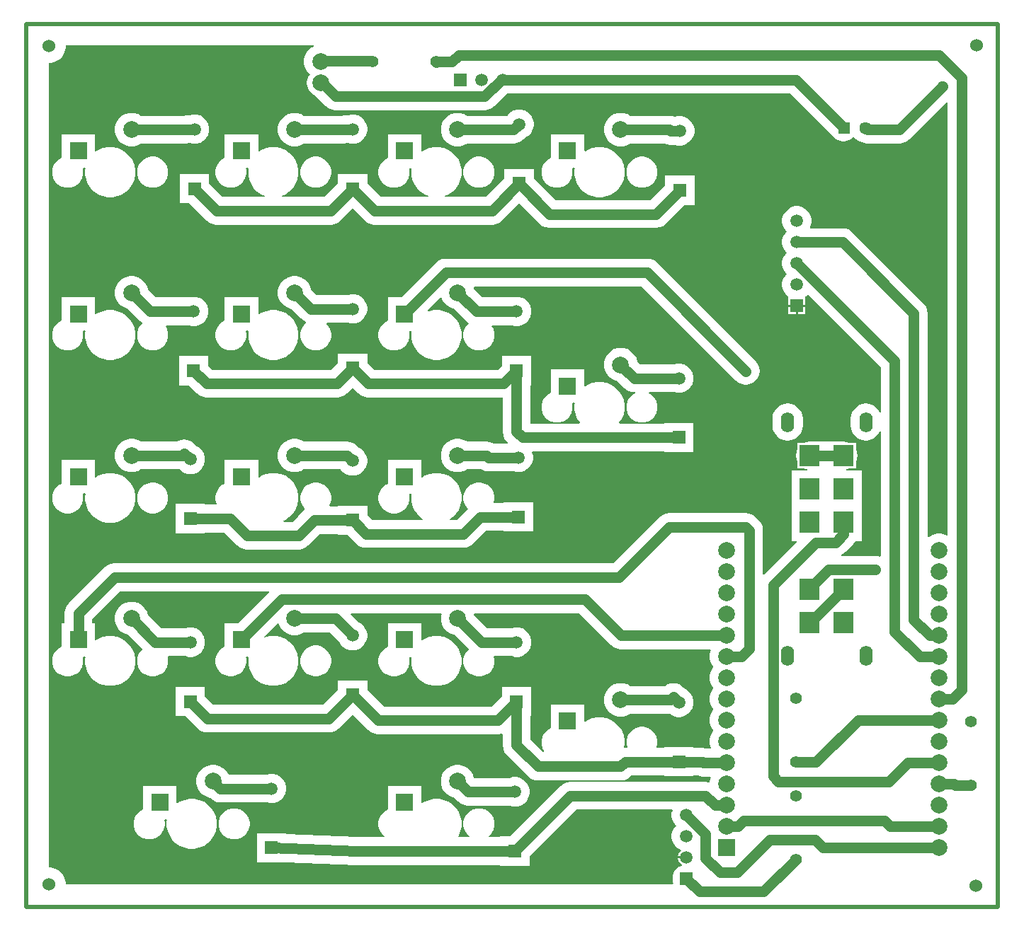
<source format=gbl>
%FSTAX23Y23*%
%MOIN*%
%SFA1B1*%

%IPPOS*%
%ADD15C,0.010000*%
%ADD22C,0.078740*%
%ADD25C,0.057087*%
%ADD26R,0.057087X0.057087*%
%ADD29C,0.019685*%
%ADD30C,0.051181*%
%ADD31C,0.060000*%
%ADD32C,0.059055*%
%ADD33R,0.059055X0.059055*%
%ADD34R,0.078740X0.078740*%
%ADD35C,0.055118*%
%ADD36R,0.094488X0.098425*%
%ADD37O,0.062992X0.094488*%
%ADD38R,0.059055X0.059055*%
%ADD39C,0.050000*%
%LNpcb1-1*%
%LPD*%
G36*
X01644Y04939D02*
X01628Y0493D01*
X01614Y04916*
X01603Y04898*
X01598Y04878*
Y04857*
X01603Y04837*
X01614Y04819*
X01625Y04807*
X0162Y048*
X01613Y04784*
X01611Y04767*
X01613Y0475*
X0162Y04734*
X0163Y04721*
X01644Y0471*
X01651Y04707*
X01701Y04658*
X01714Y04647*
X0173Y04641*
X01747Y04639*
X02447*
X02464Y04641*
X0248Y04647*
X02494Y04658*
X02552Y04716*
X03886*
X0409Y04511*
X04104Y04501*
X0412Y04494*
X04137Y04492*
X04154Y04494*
X04169Y04501*
X04181Y0451*
X04183Y04511*
X04188Y0451*
X04198Y045*
X04213Y04491*
X04215Y04491*
X04216Y0449*
X04232Y04483*
X04249Y04481*
X04399*
X04416Y04483*
X04432Y0449*
X04445Y045*
X04622Y04677*
X04627Y04675*
Y02637*
X04623Y02634*
X04617Y02638*
X04596Y02643*
X04576*
X04556Y02638*
X04539Y02628*
X04534Y02629*
Y03681*
X04531Y03698*
X04525Y03713*
X04514Y03727*
X04178Y04063*
X04165Y04074*
X04149Y0408*
X04132Y04082*
X03981*
X03979Y04087*
X03981Y0409*
X03986Y04108*
Y04126*
X03981Y04143*
X03972Y04159*
X03959Y04172*
X03943Y04181*
X03926Y04186*
X03908*
X0389Y04181*
X03875Y04172*
X03862Y04159*
X03853Y04143*
X03848Y04126*
Y04108*
X03853Y0409*
X03862Y04075*
X03869Y04067*
X03862Y04059*
X03853Y04043*
X03848Y04026*
Y04008*
X03853Y0399*
X03862Y03975*
X03869Y03967*
X03862Y03959*
X03853Y03943*
X03848Y03926*
Y03908*
X03853Y0389*
X03862Y03875*
X03869Y03867*
X03862Y03859*
X03853Y03843*
X03848Y03826*
Y03808*
X03853Y0379*
X03862Y03775*
X03875Y03762*
X03876Y03761*
X03877Y03756*
Y03722*
X03917*
X03956*
Y03756*
X03958Y03761*
X03959Y03762*
X03969Y03772*
X04312Y03429*
Y03214*
X04307Y03213*
X04304Y0322*
X04293Y03235*
X04278Y03246*
X04261Y03254*
X04242Y03256*
X04224Y03254*
X04206Y03246*
X04192Y03235*
X0418Y0322*
X04173Y03203*
X04171Y03185*
Y03153*
X04173Y03135*
X0418Y03117*
X04192Y03103*
X04206Y03091*
X04224Y03084*
X04242Y03082*
X04261Y03084*
X04278Y03091*
X04293Y03103*
X04304Y03117*
X04307Y03124*
X04312Y03123*
Y02537*
X04308Y02534*
X04304Y02536*
X04287Y02538*
X04127*
X04126Y02543*
X04132Y02546*
X04146Y02556*
X04184Y02594*
X04194Y02607*
X04194Y02608*
X04224*
Y02765*
Y02942*
X0415*
X0415Y02947*
X04154Y02948*
X04164Y02952*
X04195*
Y0298*
X04201Y02994*
X04203Y03011*
X04201Y03028*
X04195Y03043*
Y03071*
X04164*
X04154Y03075*
X04137Y03077*
X03978*
X03961Y03075*
X03951Y03071*
X03921*
Y03043*
X03915Y03028*
X03913Y03011*
X03915Y02994*
X03921Y0298*
Y02952*
X03951*
X03961Y02948*
X03966Y02947*
X03966Y02942*
X03892*
Y02765*
Y02608*
X03915*
X03916Y02603*
X03763Y0245*
X03758Y02452*
Y02659*
X03756Y02676*
X03749Y02691*
X03739Y02705*
X03723Y02721*
X03709Y02731*
X03694Y02738*
X03677Y0274*
X03318*
X03301Y02738*
X03285Y02731*
X03271Y02721*
X03053Y02503*
X00705*
X00688Y02501*
X00672Y02494*
X00658Y02484*
X00489Y02315*
X00479Y02301*
X00472Y02285*
X0047Y02268*
Y02222*
X00457*
Y02111*
X00441Y02102*
X00427Y02088*
X00417Y02072*
X00412Y02053*
Y02034*
X00417Y02015*
X00427Y01999*
X00441Y01985*
X00457Y01976*
X00476Y01971*
X00495*
X00513Y01976*
X0053Y01985*
X00544Y01999*
X00553Y02015*
X00558Y02034*
Y02053*
X00556Y02061*
X00559Y02065*
X00565*
X00569Y02061*
X00567Y02055*
Y02032*
X00572Y02009*
X00581Y01988*
X00594Y01968*
X0061Y01952*
X00629Y01939*
X00651Y0193*
X00674Y01926*
X00697*
X0072Y0193*
X00741Y01939*
X0076Y01952*
X00777Y01968*
X0079Y01988*
X00799Y02009*
X00803Y02032*
Y02055*
X00799Y02078*
X0079Y02099*
X00777Y02119*
X0076Y02135*
X00741Y02148*
X0072Y02157*
X00697Y02161*
X00674*
X00651Y02157*
X00629Y02148*
X00618Y02141*
X00614Y02143*
Y02222*
X00601*
Y02241*
X00732Y02372*
X01432*
X01434Y02367*
X01289Y02222*
X01224*
Y02111*
X01208Y02102*
X01195Y02088*
X01185Y02072*
X0118Y02053*
Y02034*
X01185Y02015*
X01195Y01999*
X01208Y01985*
X01225Y01976*
X01243Y01971*
X01263*
X01281Y01976*
X01298Y01985*
X01311Y01999*
X01321Y02015*
X01326Y02034*
Y02053*
X01324Y02061*
X01327Y02065*
X01333*
X01336Y02061*
X01335Y02055*
Y02032*
X0134Y02009*
X01349Y01988*
X01361Y01968*
X01378Y01952*
X01397Y01939*
X01419Y0193*
X01441Y01926*
X01465*
X01487Y0193*
X01509Y01939*
X01528Y01952*
X01545Y01968*
X01558Y01988*
X01566Y02009*
X01571Y02032*
Y02055*
X01566Y02078*
X01558Y02099*
X01545Y02119*
X01528Y02135*
X01509Y02148*
X01487Y02157*
X01465Y02161*
X01441*
X01419Y02157*
X01414Y02155*
X01411Y02159*
X01473Y02221*
X01478Y0222*
X0148Y02213*
X0149Y02195*
X01505Y02181*
X01523Y0217*
X01543Y02165*
X01563*
X01583Y0217*
X01597Y02178*
X01718*
X01765Y02132*
X01771Y02121*
X01784Y02108*
X018Y02099*
X01817Y02094*
X01835*
X01853Y02099*
X01869Y02108*
X01881Y02121*
X0189Y02136*
X01895Y02154*
Y02172*
X0189Y02189*
X01881Y02205*
X01869Y02218*
X01857Y02225*
X01817Y02264*
X01819Y02269*
X02242*
X02245Y02265*
X02242Y02254*
Y02233*
X02247Y02213*
X02258Y02195*
X02272Y02181*
X0229Y0217*
X02306Y02166*
X02373Y02099*
X02362Y02088*
X02353Y02072*
X02348Y02053*
Y02034*
X02353Y02015*
X02362Y01999*
X02376Y01985*
X02393Y01976*
X02411Y01971*
X0243*
X02449Y01976*
X02466Y01985*
X02479Y01999*
X02489Y02015*
X02494Y02034*
Y02053*
X02491Y02062*
X02494Y02066*
X02576*
X02589Y02062*
X02607*
X02625Y02067*
X0264Y02076*
X02653Y02089*
X02662Y02105*
X02667Y02122*
Y0214*
X02662Y02158*
X02653Y02174*
X0264Y02187*
X02625Y02196*
X02607Y022*
X02589*
X02576Y02197*
X0246*
X02398Y02259*
X02397Y02265*
X024Y02269*
X02893*
X03044Y02118*
X03058Y02108*
X03074Y02101*
X03091Y02099*
X0351*
X03512Y02094*
X03507Y02075*
Y02054*
X03513Y02034*
X03523Y02016*
X03525Y02014*
X03523Y02013*
X03513Y01995*
X03507Y01975*
Y01954*
X03513Y01934*
X03523Y01916*
X03525Y01914*
X03523Y01913*
X03513Y01895*
X03507Y01875*
Y01854*
X03513Y01834*
X03523Y01816*
X03525Y01814*
X03523Y01813*
X03513Y01795*
X03507Y01775*
Y01754*
X03513Y01734*
X03523Y01716*
X03525Y01714*
X03523Y01713*
X03513Y01695*
X03507Y01675*
Y01654*
X03512Y01635*
X0351Y0163*
X03493*
X03488Y01632*
X03472Y01634*
X03431*
Y01637*
X03293*
Y01634*
X03261*
X03258Y01638*
X03261Y0165*
Y01669*
X03256Y01688*
X03247Y01704*
X03233Y01718*
X03217Y01728*
X03198Y01733*
X03179*
X0316Y01728*
X03144Y01718*
X0313Y01704*
X03121Y01688*
X03116Y01669*
Y0165*
X03119Y01638*
X03116Y01634*
X03111*
X03108Y01634*
X03104Y01637*
X03106Y01648*
Y01671*
X03102Y01694*
X03093Y01716*
X0308Y01735*
X03064Y01751*
X03044Y01764*
X03023Y01773*
X03Y01778*
X02977*
X02954Y01773*
X02933Y01764*
X02922Y01757*
X02917Y01759*
Y01838*
X0276*
Y01727*
X02744Y01718*
X0273Y01704*
X02721Y01688*
X02716Y01669*
Y0165*
X02721Y01632*
X02727Y0162*
X02725Y01614*
X02724Y01614*
X02663Y01674*
Y01783*
X02667*
Y01921*
X02529*
Y01876*
X02482Y01829*
X01973*
X01895Y01907*
Y01952*
X01757*
Y01907*
X01687Y01837*
X0117*
X01131Y01876*
Y01921*
X00994*
Y01783*
X01039*
X01097Y01725*
X0111Y01714*
X01126Y01708*
X01143Y01706*
X01714*
X01731Y01708*
X01747Y01714*
X0176Y01725*
X01826Y01791*
X019Y01717*
X01914Y01707*
X01929Y017*
X01946Y01698*
X02509*
X02526Y017*
X02528Y01701*
X02532Y01698*
Y01647*
X02535Y0163*
X02541Y01614*
X02552Y01601*
X02653Y01499*
X02667Y01489*
X02683Y01482*
X027Y0148*
X03088*
X03105Y01482*
X0312Y01489*
X03134Y01499*
X03138Y01503*
X03293*
Y015*
X03431*
Y01503*
X03454*
X03459Y01501*
X03476Y01499*
X0351*
X03512Y01494*
X03508Y01476*
X03506Y01474*
X03502Y01472*
X03488Y01474*
X02851*
X02834Y01472*
X02819Y01465*
X02805Y01455*
X02566Y01216*
X02521*
Y01213*
X02467*
X02466Y01217*
X02466Y01218*
X02479Y01231*
X02489Y01248*
X02494Y01266*
Y01285*
X02489Y01304*
X02479Y01321*
X02466Y01334*
X02449Y01344*
X0243Y01349*
X02411*
X02393Y01344*
X02376Y01334*
X02362Y01321*
X02353Y01304*
X02348Y01285*
Y01266*
X02353Y01248*
X02362Y01231*
X02376Y01218*
X02376Y01217*
X02375Y01213*
X02326*
X02323Y01217*
X02325Y0122*
X02334Y01241*
X02339Y01264*
Y01287*
X02334Y0131*
X02325Y01332*
X02312Y01351*
X02296Y01367*
X02277Y0138*
X02255Y01389*
X02232Y01394*
X02209*
X02186Y01389*
X02165Y0138*
X02154Y01373*
X0215Y01375*
Y01455*
X01992*
Y01343*
X01976Y01334*
X01962Y01321*
X01953Y01304*
X01948Y01285*
Y01266*
X01953Y01248*
X01962Y01231*
X01976Y01218*
X01976Y01217*
X01975Y01213*
X01849*
X01513Y01226*
Y01232*
X01375*
Y01094*
X01513*
X01514Y01095*
X01845Y01082*
X01846Y01082*
X01847Y01082*
X02521*
Y01078*
X02659*
Y01123*
X02879Y01343*
X03329*
X03332Y01339*
X03328Y01327*
Y01309*
X03333Y01291*
X03342Y01275*
X0335Y01268*
X03342Y0126*
X03333Y01244*
X03328Y01227*
Y01209*
X03333Y01191*
X03342Y01175*
X03355Y01162*
X0337Y01154*
X03371Y01153*
X03372Y01148*
X03364Y0114*
X03358Y01125*
Y01123*
X03397*
Y01113*
X03358*
Y0111*
X03364Y01095*
X03375Y01084*
X03375Y01084*
Y01079*
X03364Y01074*
X03351Y01064*
X0334Y0105*
X03334Y01035*
X03332Y01018*
X03334Y01001*
X03336Y00996*
X03333Y00992*
X00476*
Y01002*
X00471Y01022*
X0046Y0104*
X00445Y01055*
X00428Y01065*
X00408Y0107*
X00397*
Y04862*
X00408*
X00428Y04867*
X00445Y04877*
X0046Y04892*
X00471Y0491*
X00476Y0493*
Y04944*
X01643*
X01644Y04939*
G37*
%LNpcb1-2*%
%LPC*%
G36*
X02619Y04641D02*
X02601D01*
X02583Y04637*
X02567Y04627*
X02555Y04615*
X02553Y04612*
X02365*
X02351Y0462*
X02331Y04625*
X0231*
X0229Y0462*
X02272Y0461*
X02258Y04595*
X02247Y04577*
X02242Y04557*
Y04536*
X02247Y04516*
X02258Y04498*
X02272Y04484*
X0229Y04473*
X0231Y04468*
X02331*
X02351Y04473*
X02365Y04481*
X02584*
X02601Y04483*
X02617Y0449*
X0263Y045*
X02641Y04511*
X02652Y04517*
X02665Y0453*
X02674Y04546*
X02679Y04563*
Y04581*
X02674Y04599*
X02665Y04615*
X02652Y04627*
X02636Y04637*
X02619Y04641*
G37*
G36*
X01563Y04625D02*
X01543D01*
X01523Y0462*
X01505Y0461*
X0149Y04595*
X0148Y04577*
X01474Y04557*
Y04536*
X0148Y04516*
X0149Y04498*
X01505Y04484*
X01523Y04473*
X01543Y04468*
X01563*
X01583Y04473*
X01597Y04481*
X01784*
X01799Y04483*
X01805*
X01817Y0448*
X01835*
X01853Y04485*
X01869Y04494*
X01881Y04506*
X0189Y04522*
X01895Y0454*
Y04558*
X0189Y04575*
X01881Y04591*
X01869Y04604*
X01853Y04613*
X01835Y04618*
X01817*
X01805Y04614*
X01786*
X01771Y04612*
X01597*
X01583Y0462*
X01563Y04625*
G37*
G36*
X00796D02*
X00775D01*
X00755Y0462*
X00737Y0461*
X00722Y04595*
X00712Y04577*
X00707Y04557*
Y04536*
X00712Y04516*
X00722Y04498*
X00737Y04484*
X00755Y04473*
X00775Y04468*
X00796*
X00816Y04473*
X00829Y04481*
X0104*
X01055Y04483*
X01061*
X01073Y0448*
X01091*
X01109Y04485*
X01124Y04494*
X01137Y04506*
X01146Y04522*
X01151Y0454*
Y04558*
X01146Y04575*
X01137Y04591*
X01124Y04604*
X01109Y04613*
X01091Y04618*
X01073*
X01061Y04614*
X01042*
X01027Y04612*
X00829*
X00816Y0462*
X00796Y04625*
G37*
G36*
X03099D02*
X03078D01*
X03058Y0462*
X0304Y0461*
X03025Y04595*
X03015Y04577*
X0301Y04557*
Y04536*
X03015Y04516*
X03025Y04498*
X0304Y04484*
X03058Y04473*
X03078Y04468*
X03099*
X03119Y04473*
X03132Y04481*
X03296*
X03305Y04478*
X03322Y04475*
X03344*
X03357Y04472*
X03375*
X03392Y04477*
X03408Y04486*
X03421Y04499*
X0343Y04514*
X03435Y04532*
Y0455*
X0343Y04567*
X03421Y04583*
X03408Y04596*
X03392Y04605*
X03375Y0461*
X03357*
X03344Y04606*
X03342*
X03333Y0461*
X03316Y04612*
X03132*
X03119Y0462*
X03099Y04625*
G37*
G36*
X03198Y0442D02*
X03179D01*
X0316Y04415*
X03144Y04405*
X0313Y04391*
X03121Y04375*
X03116Y04356*
Y04337*
X03121Y04319*
X0313Y04302*
X03144Y04288*
X0316Y04279*
X03179Y04274*
X03198*
X03217Y04279*
X03233Y04288*
X03247Y04302*
X03256Y04319*
X03261Y04337*
Y04356*
X03256Y04375*
X03247Y04391*
X03233Y04405*
X03217Y04415*
X03198Y0442*
G37*
G36*
X0243D02*
X02411D01*
X02393Y04415*
X02376Y04405*
X02362Y04391*
X02353Y04375*
X02348Y04356*
Y04337*
X02353Y04319*
X02362Y04302*
X02376Y04288*
X02393Y04279*
X02411Y04274*
X0243*
X02449Y04279*
X02466Y04288*
X02479Y04302*
X02489Y04319*
X02494Y04337*
Y04356*
X02489Y04375*
X02479Y04391*
X02466Y04405*
X02449Y04415*
X0243Y0442*
G37*
G36*
X01663D02*
X01643D01*
X01625Y04415*
X01608Y04405*
X01595Y04391*
X01585Y04375*
X0158Y04356*
Y04337*
X01585Y04319*
X01595Y04302*
X01608Y04288*
X01625Y04279*
X01643Y04274*
X01663*
X01681Y04279*
X01698Y04288*
X01711Y04302*
X01721Y04319*
X01726Y04337*
Y04356*
X01721Y04375*
X01711Y04391*
X01698Y04405*
X01681Y04415*
X01663Y0442*
G37*
G36*
X00895D02*
X00876D01*
X00857Y04415*
X00841Y04405*
X00827Y04391*
X00817Y04375*
X00812Y04356*
Y04337*
X00817Y04319*
X00827Y04302*
X00841Y04288*
X00857Y04279*
X00876Y04274*
X00895*
X00913Y04279*
X0093Y04288*
X00944Y04302*
X00953Y04319*
X00958Y04337*
Y04356*
X00953Y04375*
X00944Y04391*
X0093Y04405*
X00913Y04415*
X00895Y0442*
G37*
G36*
X0215Y04525D02*
X01992D01*
Y04414*
X01976Y04405*
X01962Y04391*
X01953Y04375*
X01948Y04356*
Y04337*
X01953Y04319*
X01962Y04302*
X01976Y04288*
X01993Y04279*
X02011Y04274*
X0203*
X02049Y04279*
X02066Y04288*
X02079Y04302*
X02089Y04319*
X02094Y04337*
Y04356*
X02092Y04364*
X02095Y04368*
X02101*
X02104Y04364*
X02103Y04358*
Y04335*
X02107Y04312*
X02116Y04291*
X02129Y04272*
X02146Y04255*
X02165Y04242*
X02182Y04235*
X02181Y0423*
X01958*
X01895Y04293*
Y04338*
X01757*
Y04293*
X01695Y0423*
X01493*
X01492Y04235*
X01509Y04242*
X01528Y04255*
X01545Y04272*
X01558Y04291*
X01566Y04312*
X01571Y04335*
Y04358*
X01566Y04381*
X01558Y04403*
X01545Y04422*
X01528Y04438*
X01509Y04451*
X01487Y0446*
X01465Y04465*
X01441*
X01419Y0446*
X01397Y04451*
X01386Y04444*
X01382Y04446*
Y04525*
X01224*
Y04414*
X01208Y04405*
X01195Y04391*
X01185Y04375*
X0118Y04356*
Y04337*
X01185Y04319*
X01195Y04302*
X01208Y04288*
X01225Y04279*
X01243Y04274*
X01263*
X01281Y04279*
X01298Y04288*
X01311Y04302*
X01321Y04319*
X01326Y04337*
Y04356*
X01324Y04364*
X01327Y04368*
X01333*
X01336Y04364*
X01335Y04358*
Y04335*
X0134Y04312*
X01349Y04291*
X01361Y04272*
X01378Y04255*
X01397Y04242*
X01414Y04235*
X01413Y0423*
X01214*
X01151Y04293*
Y04338*
X01013*
Y042*
X01058*
X0114Y04119*
X01154Y04108*
X0117Y04102*
X01187Y04099*
X01722*
X01739Y04102*
X01755Y04108*
X01768Y04119*
X01826Y04177*
X01884Y04119*
X01898Y04108*
X01914Y04102*
X01931Y04099*
X02482*
X02499Y04102*
X02515Y04108*
X02528Y04119*
X0261Y042*
X02707Y04103*
X02721Y04092*
X02736Y04086*
X02753Y04084*
X03253*
X0327Y04086*
X03286Y04092*
X033Y04103*
X03389Y04192*
X03435*
Y0433*
X03297*
Y04285*
X03226Y04215*
X02781*
X02679Y04317*
Y04362*
X02541*
Y04317*
X02455Y0423*
X02261*
X0226Y04235*
X02277Y04242*
X02296Y04255*
X02312Y04272*
X02325Y04291*
X02334Y04312*
X02339Y04335*
Y04358*
X02334Y04381*
X02325Y04403*
X02312Y04422*
X02296Y04438*
X02277Y04451*
X02255Y0446*
X02232Y04465*
X02209*
X02186Y0446*
X02165Y04451*
X02154Y04444*
X0215Y04446*
Y04525*
G37*
G36*
X02917D02*
X0276D01*
Y04414*
X02744Y04405*
X0273Y04391*
X02721Y04375*
X02716Y04356*
Y04337*
X02721Y04319*
X0273Y04302*
X02744Y04288*
X0276Y04279*
X02779Y04274*
X02798*
X02817Y04279*
X02833Y04288*
X02847Y04302*
X02856Y04319*
X02861Y04337*
Y04356*
X02859Y04364*
X02862Y04368*
X02869*
X02872Y04364*
X02871Y04358*
Y04335*
X02875Y04312*
X02884Y04291*
X02897Y04272*
X02913Y04255*
X02933Y04242*
X02954Y04233*
X02977Y04229*
X03*
X03023Y04233*
X03044Y04242*
X03064Y04255*
X0308Y04272*
X03093Y04291*
X03102Y04312*
X03106Y04335*
Y04358*
X03102Y04381*
X03093Y04403*
X0308Y04422*
X03064Y04438*
X03044Y04451*
X03023Y0446*
X03Y04465*
X02977*
X02954Y0446*
X02933Y04451*
X02922Y04444*
X02917Y04446*
Y04525*
G37*
G36*
X00614D02*
X00457D01*
Y04414*
X00441Y04405*
X00427Y04391*
X00417Y04375*
X00412Y04356*
Y04337*
X00417Y04319*
X00427Y04302*
X00441Y04288*
X00457Y04279*
X00476Y04274*
X00495*
X00513Y04279*
X0053Y04288*
X00544Y04302*
X00553Y04319*
X00558Y04337*
Y04356*
X00556Y04364*
X00559Y04368*
X00565*
X00569Y04364*
X00567Y04358*
Y04335*
X00572Y04312*
X00581Y04291*
X00594Y04272*
X0061Y04255*
X00629Y04242*
X00651Y04233*
X00674Y04229*
X00697*
X0072Y04233*
X00741Y04242*
X0076Y04255*
X00777Y04272*
X0079Y04291*
X00799Y04312*
X00803Y04335*
Y04358*
X00799Y04381*
X0079Y04403*
X00777Y04422*
X0076Y04438*
X00741Y04451*
X0072Y0446*
X00697Y04465*
X00674*
X00651Y0446*
X00629Y04451*
X00618Y04444*
X00614Y04446*
Y04525*
G37*
G36*
X03956Y03712D02*
X03922D01*
Y03677*
X03956*
Y03712*
G37*
G36*
X03912D02*
X03877D01*
Y03677*
X03912*
Y03712*
G37*
G36*
X01563Y03858D02*
X01543D01*
X01523Y03852*
X01505Y03842*
X0149Y03827*
X0148Y03809*
X01474Y03789*
Y03769*
X0148Y03749*
X0149Y03731*
X01505Y03716*
X01523Y03706*
X01538Y03702*
X01583Y03656*
X01597Y03646*
X01607Y03642*
X01607Y03636*
X01595Y03624*
X01585Y03607*
X0158Y03589*
Y03569*
X01585Y03551*
X01595Y03534*
X01608Y03521*
X01625Y03511*
X01643Y03506*
X01663*
X01681Y03511*
X01698Y03521*
X01711Y03534*
X01721Y03551*
X01726Y03569*
Y03589*
X01721Y03607*
X01711Y03624*
X01703Y03632*
X01705Y03637*
X01805*
X01817Y03633*
X01835*
X01853Y03638*
X01869Y03647*
X01881Y0366*
X0189Y03676*
X01895Y03693*
Y03711*
X0189Y03729*
X01881Y03745*
X01869Y03757*
X01853Y03766*
X01835Y03771*
X01817*
X01805Y03768*
X01657*
X0163Y03794*
X01626Y03809*
X01616Y03827*
X01601Y03842*
X01583Y03852*
X01563Y03858*
G37*
G36*
X00796D02*
X00775D01*
X00755Y03852*
X00737Y03842*
X00722Y03827*
X00712Y03809*
X00707Y03789*
Y03769*
X00712Y03749*
X00722Y03731*
X00737Y03716*
X00755Y03706*
X0077Y03702*
X00828Y03644*
X00836Y03638*
X00836Y03633*
X00827Y03624*
X00817Y03607*
X00812Y03589*
Y03569*
X00817Y03551*
X00827Y03534*
X00841Y03521*
X00857Y03511*
X00876Y03506*
X00895*
X00913Y03511*
X0093Y03521*
X00944Y03534*
X00953Y03551*
X00958Y03569*
Y03589*
X00953Y03607*
X00946Y0362*
X00949Y03625*
X01057*
X01069Y03622*
X01087*
X01105Y03626*
X01121Y03635*
X01133Y03648*
X01142Y03664*
X01147Y03681*
Y037*
X01142Y03717*
X01133Y03733*
X01121Y03746*
X01105Y03755*
X01087Y03759*
X01069*
X01057Y03756*
X00901*
X00863Y03794*
X00859Y03809*
X00848Y03827*
X00834Y03842*
X00816Y03852*
X00796Y03858*
G37*
G36*
X01382Y03758D02*
X01224D01*
Y03647*
X01208Y03637*
X01195Y03624*
X01185Y03607*
X0118Y03589*
Y03569*
X01185Y03551*
X01195Y03534*
X01208Y03521*
X01225Y03511*
X01243Y03506*
X01263*
X01281Y03511*
X01298Y03521*
X01311Y03534*
X01321Y03551*
X01326Y03569*
Y03589*
X01324Y03596*
X01327Y036*
X01333*
X01336Y03596*
X01335Y03591*
Y03567*
X0134Y03545*
X01349Y03523*
X01361Y03504*
X01378Y03487*
X01397Y03475*
X01419Y03466*
X01441Y03461*
X01465*
X01487Y03466*
X01509Y03475*
X01528Y03487*
X01545Y03504*
X01558Y03523*
X01566Y03545*
X01571Y03567*
Y03591*
X01566Y03613*
X01558Y03635*
X01545Y03654*
X01528Y03671*
X01509Y03683*
X01487Y03692*
X01465Y03697*
X01441*
X01419Y03692*
X01397Y03683*
X01386Y03676*
X01382Y03678*
Y03758*
G37*
G36*
X00614D02*
X00457D01*
Y03647*
X00441Y03637*
X00427Y03624*
X00417Y03607*
X00412Y03589*
Y03569*
X00417Y03551*
X00427Y03534*
X00441Y03521*
X00457Y03511*
X00476Y03506*
X00495*
X00513Y03511*
X0053Y03521*
X00544Y03534*
X00553Y03551*
X00558Y03569*
Y03589*
X00556Y03596*
X00559Y036*
X00565*
X00569Y03596*
X00567Y03591*
Y03567*
X00572Y03545*
X00581Y03523*
X00594Y03504*
X0061Y03487*
X00629Y03475*
X00651Y03466*
X00674Y03461*
X00697*
X0072Y03466*
X00741Y03475*
X0076Y03487*
X00777Y03504*
X0079Y03523*
X00799Y03545*
X00803Y03567*
Y03591*
X00799Y03613*
X0079Y03635*
X00777Y03654*
X0076Y03671*
X00741Y03683*
X0072Y03692*
X00697Y03697*
X00674*
X00651Y03692*
X00629Y03683*
X00618Y03676*
X00614Y03678*
Y03758*
G37*
G36*
X01895Y03492D02*
X01757D01*
Y03446*
X01726Y03415*
X01166*
X01147Y03435*
Y0348*
X01009*
Y03342*
X01054*
X01093Y03304*
X01107Y03293*
X01122Y03287*
X01139Y03284*
X01753*
X0177Y03287*
X01786Y03293*
X018Y03304*
X01826Y0333*
X01853Y03304*
X01866Y03293*
X01882Y03287*
X01899Y03284*
X02532*
Y03125*
X02535Y03108*
X02541Y03092*
X02552Y03078*
X02558Y03072*
X02556Y03067*
X02492*
X0249Y03068*
X02474Y03075*
X02458Y03077*
X02365*
X02351Y03085*
X02331Y0309*
X0231*
X0229Y03085*
X02272Y03074*
X02258Y0306*
X02247Y03042*
X02242Y03022*
Y03001*
X02247Y02981*
X02258Y02963*
X02272Y02948*
X0229Y02938*
X0231Y02933*
X02331*
X02351Y02938*
X02365Y02946*
X02433*
X02435Y02945*
X0245Y02938*
X02467Y02936*
X02584*
X02597Y02933*
X02615*
X02632Y02937*
X02648Y02946*
X02661Y02959*
X0267Y02975*
X02675Y02992*
Y03011*
X02671Y03025*
X02674Y0303*
X03293*
Y03027*
X03431*
Y03165*
X03293*
Y03161*
X03084*
X03081Y03166*
X03093Y03184*
X03102Y03205*
X03106Y03228*
Y03251*
X03102Y03274*
X03093Y03295*
X0308Y03315*
X03064Y03331*
X03044Y03344*
X03023Y03353*
X03Y03357*
X02977*
X02954Y03353*
X02933Y03344*
X02922Y03337*
X02917Y03339*
Y03418*
X0276*
Y03307*
X02744Y03298*
X0273Y03284*
X02721Y03268*
X02716Y03249*
Y0323*
X02721Y03211*
X0273Y03195*
X02744Y03181*
X0276Y03172*
X02779Y03167*
X02798*
X02817Y03172*
X02833Y03181*
X02847Y03195*
X02856Y03211*
X02861Y0323*
Y03249*
X02859Y03257*
X02862Y03261*
X02869*
X02872Y03257*
X02871Y03251*
Y03228*
X02875Y03205*
X02884Y03184*
X02895Y03166*
X02893Y03161*
X02663*
Y03342*
X02667*
Y0348*
X02529*
Y03435*
X0251Y03415*
X01926*
X01895Y03446*
Y03492*
G37*
G36*
X03213Y03939D02*
X02265D01*
X02248Y03937*
X02232Y0393*
X02219Y0392*
X02057Y03758*
X01992*
Y03647*
X01976Y03637*
X01962Y03624*
X01953Y03607*
X01948Y03589*
Y03569*
X01953Y03551*
X01962Y03534*
X01976Y03521*
X01993Y03511*
X02011Y03506*
X0203*
X02049Y03511*
X02066Y03521*
X02079Y03534*
X02089Y03551*
X02094Y03569*
Y03589*
X02092Y03596*
X02095Y036*
X02101*
X02104Y03596*
X02103Y03591*
Y03567*
X02107Y03545*
X02116Y03523*
X02129Y03504*
X02146Y03487*
X02165Y03475*
X02186Y03466*
X02209Y03461*
X02232*
X02255Y03466*
X02277Y03475*
X02296Y03487*
X02312Y03504*
X02325Y03523*
X02334Y03545*
X02339Y03567*
Y03591*
X02334Y03613*
X02325Y03635*
X02312Y03654*
X02296Y03671*
X02277Y03683*
X02255Y03692*
X02232Y03697*
X02209*
X02186Y03692*
X02182Y0369*
X02179Y03695*
X02241Y03756*
X02246Y03755*
X02247Y03749*
X02258Y03731*
X02272Y03716*
X0229Y03706*
X02306Y03702*
X02363Y03644*
X02371Y03638*
X02372Y03633*
X02362Y03624*
X02353Y03607*
X02348Y03589*
Y03569*
X02353Y03551*
X02362Y03534*
X02376Y03521*
X02393Y03511*
X02411Y03506*
X0243*
X02449Y03511*
X02466Y03521*
X02479Y03534*
X02489Y03551*
X02494Y03569*
Y03589*
X02489Y03607*
X02481Y0362*
X02484Y03625*
X02576*
X02589Y03622*
X02607*
X02625Y03626*
X0264Y03635*
X02653Y03648*
X02662Y03664*
X02667Y03681*
Y037*
X02662Y03717*
X02653Y03733*
X0264Y03746*
X02625Y03755*
X02607Y03759*
X02589*
X02576Y03756*
X02436*
X02398Y03794*
X02396Y03804*
X02399Y03808*
X03185*
X0363Y03363*
X03644Y03353*
X0366Y03346*
X03677Y03344*
X03694Y03346*
X03709Y03353*
X03723Y03363*
X03733Y03377*
X0374Y03392*
X03742Y03409*
X0374Y03426*
X03733Y03442*
X03723Y03456*
X03259Y0392*
X03245Y0393*
X03229Y03937*
X03213Y03939*
G37*
G36*
X03099Y03518D02*
X03078D01*
X03058Y03513*
X0304Y03502*
X03025Y03488*
X03015Y0347*
X0301Y0345*
Y03429*
X03015Y03409*
X03025Y03391*
X0304Y03376*
X03058Y03366*
X03073Y03362*
X03106Y03329*
X0312Y03319*
X03135Y03312*
X03152Y0331*
X03155*
X03156Y03305*
X03144Y03298*
X0313Y03284*
X03121Y03268*
X03116Y03249*
Y0323*
X03121Y03211*
X0313Y03195*
X03144Y03181*
X0316Y03172*
X03179Y03167*
X03198*
X03217Y03172*
X03233Y03181*
X03247Y03195*
X03256Y03211*
X03261Y0323*
Y03249*
X03256Y03268*
X03247Y03284*
X03233Y03298*
X03221Y03305*
X03222Y0331*
X0334*
X03353Y03307*
X03371*
X03388Y03311*
X03404Y0332*
X03417Y03333*
X03426Y03349*
X03431Y03366*
Y03385*
X03426Y03402*
X03417Y03418*
X03404Y03431*
X03388Y0344*
X03371Y03444*
X03353*
X0334Y03441*
X0318*
X03166Y03455*
X03162Y0347*
X03151Y03488*
X03137Y03502*
X03119Y03513*
X03099Y03518*
G37*
G36*
X03873Y03256D02*
X03855Y03254D01*
X03838Y03246*
X03823Y03235*
X03812Y0322*
X03804Y03203*
X03802Y03185*
Y03153*
X03804Y03135*
X03812Y03117*
X03823Y03103*
X03838Y03091*
X03855Y03084*
X03873Y03082*
X03892Y03084*
X03909Y03091*
X03924Y03103*
X03935Y03117*
X03942Y03135*
X03945Y03153*
Y03185*
X03942Y03203*
X03935Y0322*
X03924Y03235*
X03909Y03246*
X03892Y03254*
X03873Y03256*
G37*
G36*
X00796Y0309D02*
X00775D01*
X00755Y03085*
X00737Y03074*
X00722Y0306*
X00712Y03042*
X00707Y03022*
Y03001*
X00712Y02981*
X00722Y02963*
X00737Y02948*
X00755Y02938*
X00775Y02933*
X00796*
X00816Y02938*
X00829Y02946*
X01013*
X0102Y02938*
X01036Y02929*
X01053Y02925*
X01072*
X01089Y02929*
X01105Y02938*
X01118Y02951*
X01127Y02967*
X01131Y02985*
Y03003*
X01127Y0302*
X01118Y03036*
X01105Y03049*
X01093Y03055*
X0108Y03068*
X01067Y03079*
X01051Y03085*
X01034Y03087*
X01017Y03085*
X01001Y03079*
X00999Y03077*
X00829*
X00816Y03085*
X00796Y0309*
G37*
G36*
X01563D02*
X01543D01*
X01523Y03085*
X01505Y03074*
X0149Y0306*
X0148Y03042*
X01474Y03022*
Y03001*
X0148Y02981*
X0149Y02963*
X01505Y02948*
X01523Y02938*
X01543Y02933*
X01563*
X01583Y02938*
X01597Y02946*
X0177*
X01771Y02943*
X01784Y02931*
X018Y02922*
X01817Y02917*
X01835*
X01853Y02922*
X01869Y02931*
X01881Y02943*
X0189Y02959*
X01895Y02977*
Y02995*
X0189Y03012*
X01881Y03028*
X01869Y03041*
X01857Y03047*
X01847Y03058*
X01833Y03068*
X01818Y03075*
X01801Y03077*
X01597*
X01583Y03085*
X01563Y0309*
G37*
G36*
X00895Y02884D02*
X00876D01*
X00857Y02879*
X00841Y0287*
X00827Y02856*
X00817Y02839*
X00812Y02821*
Y02802*
X00817Y02783*
X00827Y02767*
X00841Y02753*
X00857Y02743*
X00876Y02738*
X00895*
X00913Y02743*
X0093Y02753*
X00944Y02767*
X00953Y02783*
X00958Y02802*
Y02821*
X00953Y02839*
X00944Y02856*
X0093Y0287*
X00913Y02879*
X00895Y02884*
G37*
G36*
X0215Y0299D02*
X01992D01*
Y02879*
X01976Y0287*
X01962Y02856*
X01953Y02839*
X01948Y02821*
Y02802*
X01953Y02783*
X01962Y02767*
X01976Y02753*
X01993Y02743*
X02011Y02738*
X0203*
X02049Y02743*
X02066Y02753*
X02079Y02767*
X02089Y02783*
X02094Y02802*
Y02821*
X02092Y02829*
X02095Y02833*
X02101*
X02104Y02829*
X02103Y02823*
Y028*
X02107Y02777*
X02116Y02755*
X02129Y02736*
X02146Y0272*
X02158Y02712*
X02156Y02707*
X01918*
X01895Y0273*
Y02775*
X01757*
Y02772*
X01719*
X01717Y02776*
X01721Y02783*
X01726Y02802*
Y02821*
X01721Y02839*
X01711Y02856*
X01698Y0287*
X01681Y02879*
X01663Y02884*
X01643*
X01625Y02879*
X01608Y0287*
X01595Y02856*
X01585Y02839*
X0158Y02821*
Y02802*
X01585Y02783*
X01595Y02767*
X01601Y0276*
X01601Y02755*
X01598Y02753*
X01545Y02699*
X01502*
X01501Y02704*
X01509Y02707*
X01528Y0272*
X01545Y02736*
X01558Y02755*
X01566Y02777*
X01571Y028*
Y02823*
X01566Y02846*
X01558Y02867*
X01545Y02886*
X01528Y02903*
X01509Y02916*
X01487Y02925*
X01465Y02929*
X01441*
X01419Y02925*
X01397Y02916*
X01386Y02908*
X01382Y02911*
Y0299*
X01224*
Y02879*
X01208Y0287*
X01195Y02856*
X01185Y02839*
X0118Y02821*
Y02802*
X01185Y02785*
X01182Y0278*
X01131*
Y02783*
X00994*
Y02645*
X01131*
Y02649*
X01222*
X01283Y02587*
X01297Y02577*
X01313Y0257*
X0133Y02568*
X01572*
X01589Y0257*
X01604Y02577*
X01618Y02587*
X01672Y02641*
X01757*
Y02637*
X01803*
X01845Y02595*
X01858Y02584*
X01874Y02578*
X01891Y02576*
X02345*
X02362Y02578*
X02378Y02584*
X02392Y02595*
X02453Y02656*
X02537*
Y02653*
X02675*
Y02791*
X02537*
Y02787*
X02494*
X02491Y02791*
X02494Y02802*
Y02821*
X02489Y02839*
X02479Y02856*
X02466Y0287*
X02449Y02879*
X0243Y02884*
X02411*
X02393Y02879*
X02376Y0287*
X02362Y02856*
X02353Y02839*
X02348Y02821*
Y02802*
X02353Y02783*
X02362Y02767*
X0237Y02759*
X02318Y02707*
X02285*
X02284Y02712*
X02296Y0272*
X02312Y02736*
X02325Y02755*
X02334Y02777*
X02339Y028*
Y02823*
X02334Y02846*
X02325Y02867*
X02312Y02886*
X02296Y02903*
X02277Y02916*
X02255Y02925*
X02232Y02929*
X02209*
X02186Y02925*
X02165Y02916*
X02154Y02908*
X0215Y02911*
Y0299*
G37*
G36*
X00614D02*
X00457D01*
Y02879*
X00441Y0287*
X00427Y02856*
X00417Y02839*
X00412Y02821*
Y02802*
X00417Y02783*
X00427Y02767*
X00441Y02753*
X00457Y02743*
X00476Y02738*
X00495*
X00513Y02743*
X0053Y02753*
X00544Y02767*
X00553Y02783*
X00558Y02802*
Y02821*
X00556Y02829*
X00559Y02833*
X00565*
X00569Y02829*
X00567Y02823*
Y028*
X00572Y02777*
X00581Y02755*
X00594Y02736*
X0061Y0272*
X00629Y02707*
X00651Y02698*
X00674Y02693*
X00697*
X0072Y02698*
X00741Y02707*
X0076Y0272*
X00777Y02736*
X0079Y02755*
X00799Y02777*
X00803Y028*
Y02823*
X00799Y02846*
X0079Y02867*
X00777Y02886*
X0076Y02903*
X00741Y02916*
X0072Y02925*
X00697Y02929*
X00674*
X00651Y02925*
X00629Y02916*
X00618Y02908*
X00614Y02911*
Y0299*
G37*
G36*
X00796Y02322D02*
X00775D01*
X00755Y02317*
X00737Y02307*
X00722Y02292*
X00712Y02274*
X00707Y02254*
Y02233*
X00712Y02213*
X00722Y02195*
X00737Y02181*
X00755Y0217*
X0077Y02166*
X00837Y02099*
X00827Y02088*
X00817Y02072*
X00812Y02053*
Y02034*
X00817Y02015*
X00827Y01999*
X00841Y01985*
X00857Y01976*
X00876Y01971*
X00895*
X00913Y01976*
X0093Y01985*
X00944Y01999*
X00953Y02015*
X00958Y02034*
Y02053*
X00956Y02062*
X00959Y02066*
X01041*
X01053Y02062*
X01072*
X01089Y02067*
X01105Y02076*
X01118Y02089*
X01127Y02105*
X01131Y02122*
Y0214*
X01127Y02158*
X01118Y02174*
X01105Y02187*
X01089Y02196*
X01072Y022*
X01053*
X01041Y02197*
X00925*
X00863Y02259*
X00859Y02274*
X00848Y02292*
X00834Y02307*
X00816Y02317*
X00796Y02322*
G37*
G36*
X01663Y02116D02*
X01643D01*
X01625Y02112*
X01608Y02102*
X01595Y02088*
X01585Y02072*
X0158Y02053*
Y02034*
X01585Y02015*
X01595Y01999*
X01608Y01985*
X01625Y01976*
X01643Y01971*
X01663*
X01681Y01976*
X01698Y01985*
X01711Y01999*
X01721Y02015*
X01726Y02034*
Y02053*
X01721Y02072*
X01711Y02088*
X01698Y02102*
X01681Y02112*
X01663Y02116*
G37*
G36*
X0215Y02222D02*
X01992D01*
Y02111*
X01976Y02102*
X01962Y02088*
X01953Y02072*
X01948Y02053*
Y02034*
X01953Y02015*
X01962Y01999*
X01976Y01985*
X01993Y01976*
X02011Y01971*
X0203*
X02049Y01976*
X02066Y01985*
X02079Y01999*
X02089Y02015*
X02094Y02034*
Y02053*
X02092Y02061*
X02095Y02065*
X02101*
X02104Y02061*
X02103Y02055*
Y02032*
X02107Y02009*
X02116Y01988*
X02129Y01968*
X02146Y01952*
X02165Y01939*
X02186Y0193*
X02209Y01926*
X02232*
X02255Y0193*
X02277Y01939*
X02296Y01952*
X02312Y01968*
X02325Y01988*
X02334Y02009*
X02339Y02032*
Y02055*
X02334Y02078*
X02325Y02099*
X02312Y02119*
X02296Y02135*
X02277Y02148*
X02255Y02157*
X02232Y02161*
X02209*
X02186Y02157*
X02165Y02148*
X02154Y02141*
X0215Y02143*
Y02222*
G37*
G36*
X03099Y01938D02*
X03078D01*
X03058Y01933*
X0304Y01923*
X03025Y01908*
X03015Y0189*
X0301Y0187*
Y01849*
X03015Y01829*
X03025Y01811*
X0304Y01797*
X03058Y01786*
X03078Y01781*
X03099*
X03119Y01786*
X03132Y01794*
X03318*
X03319Y01793*
X03335Y01784*
X03353Y01779*
X03371*
X03388Y01784*
X03404Y01793*
X03417Y01806*
X03426Y01821*
X03431Y01839*
Y01857*
X03426Y01875*
X03417Y0189*
X03404Y01903*
X03393Y0191*
X03383Y01919*
X03369Y0193*
X03354Y01936*
X03337Y01938*
X0332Y01936*
X03304Y0193*
X03298Y01925*
X03132*
X03119Y01933*
X03099Y01938*
G37*
G36*
X0118Y01555D02*
X01159D01*
X01139Y01549*
X01121Y01539*
X01106Y01524*
X01096Y01506*
X0109Y01486*
Y01466*
X01096Y01445*
X01106Y01428*
X01121Y01413*
X01139Y01403*
X01154Y01398*
X01156Y01396*
X0117Y01386*
X01186Y01379*
X01203Y01377*
X01423*
X01435Y01374*
X01453*
X01471Y01378*
X01487Y01387*
X015Y014*
X01509Y01416*
X01513Y01433*
Y01451*
X01509Y01469*
X015Y01485*
X01487Y01498*
X01471Y01507*
X01453Y01511*
X01435*
X01423Y01508*
X01242*
X01232Y01524*
X01218Y01539*
X012Y01549*
X0118Y01555*
G37*
G36*
X02331D02*
X0231D01*
X0229Y01549*
X02272Y01539*
X02258Y01524*
X02247Y01506*
X02242Y01486*
Y01466*
X02247Y01445*
X02258Y01428*
X02272Y01413*
X0229Y01403*
X02306Y01398*
X02324Y0138*
X02337Y0137*
X02353Y01363*
X0237Y01361*
X02568*
X02581Y01358*
X02599*
X02617Y01362*
X02632Y01372*
X02645Y01384*
X02654Y014*
X02659Y01418*
Y01436*
X02654Y01453*
X02645Y01469*
X02632Y01482*
X02617Y01491*
X02599Y01496*
X02581*
X02568Y01492*
X02398*
X02394Y01506*
X02384Y01524*
X02369Y01539*
X02351Y01549*
X02331Y01555*
G37*
G36*
X01279Y01349D02*
X0126D01*
X01241Y01344*
X01224Y01334*
X01211Y01321*
X01201Y01304*
X01196Y01285*
Y01266*
X01201Y01248*
X01211Y01231*
X01224Y01218*
X01241Y01208*
X0126Y01203*
X01279*
X01297Y01208*
X01314Y01218*
X01327Y01231*
X01337Y01248*
X01342Y01266*
Y01285*
X01337Y01304*
X01327Y01321*
X01314Y01334*
X01297Y01344*
X01279Y01349*
G37*
G36*
X00998Y01455D02*
X0084D01*
Y01343*
X00824Y01334*
X00811Y01321*
X00801Y01304*
X00796Y01285*
Y01266*
X00801Y01248*
X00811Y01231*
X00824Y01218*
X00841Y01208*
X0086Y01203*
X00879*
X00897Y01208*
X00914Y01218*
X00927Y01231*
X00937Y01248*
X00942Y01266*
Y01285*
X0094Y01293*
X00943Y01297*
X00949*
X00952Y01293*
X00951Y01287*
Y01264*
X00956Y01241*
X00965Y0122*
X00978Y01201*
X00994Y01184*
X01013Y01171*
X01035Y01163*
X01058Y01158*
X01081*
X01104Y01163*
X01125Y01171*
X01144Y01184*
X01161Y01201*
X01174Y0122*
X01183Y01241*
X01187Y01264*
Y01287*
X01183Y0131*
X01174Y01332*
X01161Y01351*
X01144Y01367*
X01125Y0138*
X01104Y01389*
X01081Y01394*
X01058*
X01035Y01389*
X01013Y0138*
X01002Y01373*
X00998Y01375*
Y01455*
G37*
%LNpcb1-3*%
%LPD*%
G54D15*
X00291Y00885D02*
D01*
G54D22*
X01553Y03779D03*
X02321Y03011D03*
Y01476D03*
X01553Y02244D03*
X00785Y03011D03*
Y03779D03*
Y04547D03*
Y02244D03*
X01677Y04767D03*
Y04867D03*
X01553Y03011D03*
X04586Y02564D03*
Y02464D03*
Y02364D03*
Y02264D03*
Y02164D03*
Y02064D03*
Y01964D03*
Y01864D03*
Y01764D03*
Y01664D03*
Y01564D03*
Y01464D03*
Y01364D03*
Y01264D03*
Y01164D03*
X03586Y02564D03*
Y02464D03*
Y02364D03*
Y02264D03*
Y02164D03*
Y02064D03*
Y01964D03*
Y01864D03*
Y01764D03*
Y01664D03*
Y01564D03*
Y01464D03*
Y01364D03*
Y01264D03*
X02321Y02244D03*
X03088Y04547D03*
X02321D03*
X01553D03*
X03088Y03439D03*
X02321Y03779D03*
X03088Y0186D03*
X01169Y01476D03*
G54D25*
X0424Y04555D03*
G54D26*
X0414Y04555D03*
G54D29*
X00291Y05043D02*
X04862D01*
X00291Y00885D02*
Y05043D01*
Y00885D02*
X04862D01*
Y05043*
G54D30*
X02221Y04864D02*
Y04865D01*
X02222Y04866D02*
X02293D01*
X02325Y04898D02*
X04585D01*
X04692Y04791*
X02221Y04865D02*
X02222Y04866D01*
X02293D02*
X02325Y04898D01*
X04692Y01907D02*
Y04791D01*
X04249Y04547D02*
X04399D01*
X04602Y0475*
X04241Y04552D02*
X04242Y04553D01*
X03913Y04781D02*
X04137Y04558D01*
X02533Y04781D02*
X03913D01*
X01747Y04704D02*
X02447D01*
X02529Y04785*
X01684Y04767D02*
X01747Y04704D01*
X01677Y04767D02*
X01684D01*
X01683Y04872D02*
X01705D01*
X01708Y0487D02*
X01903D01*
X01677Y04859D02*
X01679Y04862D01*
X01705Y04872D02*
X01708Y0487D01*
X04242Y04553D02*
X04249Y04547D01*
X0465Y01864D02*
X04692Y01907D01*
X03555Y01047D02*
X03638D01*
X03487Y01115D02*
Y01228D01*
Y01115D02*
X03555Y01047D01*
X03638D02*
X03791Y012D01*
X0376Y00956D02*
X03913Y01109D01*
X03459Y00956D02*
X0376D01*
X03397Y01018D02*
X03459Y00956D01*
X04468Y02238D02*
Y03681D01*
X04132Y04017D02*
X04468Y03681D01*
Y02238D02*
X04542Y02164D01*
X04377Y02182D02*
Y03456D01*
X03978Y02383D02*
X04068Y02473D01*
X04287*
X04377Y02182D02*
X04495Y02064D01*
X03917Y03917D02*
X04377Y03456D01*
X03978Y02381D02*
Y02383D01*
X03917Y04017D02*
X04132D01*
X01899Y0335D02*
X02537D01*
X02598Y03411*
X01826Y03423D02*
X01899Y0335D01*
X01078Y03411D02*
X01139Y0335D01*
X01753D02*
X01826Y03423D01*
X01139Y0335D02*
X01753D01*
X03253Y04149D02*
X03366Y04261D01*
X02753Y04149D02*
X03253D01*
X0261Y04293D02*
X02753Y04149D01*
X02482Y04165D02*
X0261Y04293D01*
X01931Y04165D02*
X02482D01*
X01826Y04269D02*
X01931Y04165D01*
X01082Y04269D02*
X01187Y04165D01*
X01722D02*
X01826Y04269D01*
X01187Y04165D02*
X01722D01*
X01891Y02641D02*
X02345D01*
X02426Y02722*
X01826Y02706D02*
X01891Y02641D01*
X01645Y02706D02*
X01826D01*
X01249Y02714D02*
X0133Y02633D01*
X01572D02*
X01645Y02706D01*
X0133Y02633D02*
X01572D01*
X01826Y01883D02*
X01946Y01763D01*
X02509D02*
X02598Y01852D01*
X01946Y01763D02*
X02509D01*
X01062Y01852D02*
X01143Y01771D01*
X01714*
X01826Y01883*
X03324Y0186D02*
X03337Y01873D01*
X01024Y03011D02*
X01034Y03022D01*
X03586Y02064D02*
X03657D01*
X03693Y021*
Y02659*
X03677Y02675D02*
X03693Y02659D01*
X03318Y02675D02*
X03677D01*
X03081Y02438D02*
X03318Y02675D01*
X00705Y02438D02*
X03081D01*
X00535Y02268D02*
X00705Y02438D01*
X00535Y02144D02*
Y02268D01*
X02071Y03679D02*
X02265Y03874D01*
X03213*
X03677Y03409*
X04356Y01264D02*
X04586D01*
X0433Y0129D02*
X04356Y01264D01*
X03666Y0129D02*
X0433D01*
X0364Y01264D02*
X03666Y0129D01*
X03586Y01264D02*
X0364D01*
X03532Y01364D02*
X03586D01*
X03488Y01409D02*
X03532Y01364D01*
X02851Y01409D02*
X03488D01*
X0259Y01147D02*
X02851Y01409D01*
X01847Y01147D02*
X0259D01*
X01444Y01163D02*
X01847Y01147D01*
X00785Y04547D02*
X0104D01*
X01042Y04549*
X01082*
X01553Y04547D02*
X01784D01*
X01786Y04549*
X01826*
X02321Y04547D02*
X02584D01*
X0261Y04572*
X03088Y04547D02*
X03316D01*
X03322Y04541*
X03366*
X0163Y03702D02*
X01826D01*
X01553Y03779D02*
X0163Y03702D01*
X02409Y0369D02*
X02598D01*
X02321Y03779D02*
X02409Y0369D01*
X03152Y03375D02*
X03362D01*
X03088Y03439D02*
X03152Y03375D01*
X00874Y0369D02*
X01078D01*
X00785Y03779D02*
X00874Y0369D01*
X01553Y03011D02*
X01801D01*
X01826Y02986*
X03337Y01873D02*
X03362Y01848D01*
X03088Y0186D02*
X03324D01*
X01203Y01442D02*
X01444D01*
X01169Y01476D02*
X01203Y01442D01*
X0237Y01427D02*
X0259D01*
X02321Y01476D02*
X0237Y01427D01*
X01034Y03022D02*
X01062Y02994D01*
X00785Y03011D02*
X01024D01*
X03091Y02164D02*
X03586D01*
X02921Y02335D02*
X03091Y02164D01*
X01494Y02335D02*
X02921D01*
X01303Y02144D02*
X01494Y02335D01*
X04039Y01164D02*
X04586D01*
X04003Y012D02*
X04039Y01164D01*
X03791Y012D02*
X04003D01*
X03397Y01318D02*
X03487Y01228D01*
X04495Y02064D02*
X04586D01*
X04542Y02164D02*
X04586D01*
X04439Y01564D02*
X04586D01*
X0435Y01475D02*
X04439Y01564D01*
X03831Y01475D02*
X0435D01*
X03806Y015D02*
X03831Y01475D01*
X03806Y015D02*
Y024D01*
X04008Y02602*
X041*
X04137Y0264*
Y02696*
X04586Y01864D02*
X0465D01*
X00898Y02131D02*
X01062D01*
X00785Y02244D02*
X00898Y02131D01*
X02433Y02131D02*
X02598D01*
X02321Y02244D02*
X02433Y02131D01*
X04206Y01764D02*
X04586D01*
X04008Y01566D02*
X04206Y01764D01*
X03913Y01566D02*
X04008D01*
X02598Y03125D02*
Y03411D01*
Y03125D02*
X02626Y03096D01*
X03362*
X02598Y01647D02*
Y01852D01*
Y01647D02*
X027Y01546D01*
X03088*
X03111Y01568*
X03362*
X01553Y02244D02*
X01746D01*
X01826Y02163*
X02426Y02722D02*
X02606D01*
X01062Y02714D02*
X01249D01*
X04662Y01459D02*
X04736D01*
X04658Y01464D02*
X04662Y01459D01*
X04586Y01464D02*
X04658D01*
X03978Y03011D02*
X04137D01*
X04136Y02381D02*
X04137D01*
X03979Y02224D02*
X04136Y02381D01*
X03978Y02224D02*
X03979D01*
X03476Y01564D02*
X03586D01*
X03472Y01568D02*
X03476Y01564D01*
X03362Y01568D02*
X03472D01*
X02467Y03001D02*
X02606D01*
X02458Y03011D02*
X02467Y03001D01*
X02321Y03011D02*
X02458D01*
G54D31*
X04759Y00984D03*
X00397Y0494D03*
X04763Y04944D03*
X00397Y00992D03*
G54D32*
X02533Y04781D03*
X02433D03*
X0259Y01427D03*
X02598Y02131D03*
X03362Y01848D03*
Y03375D03*
X03366Y04541D03*
X0261Y04572D03*
X01826Y04549D03*
X01082D03*
X02598Y0369D03*
X01826Y03702D03*
X01078Y0369D03*
X01062Y02994D03*
X01826Y02986D03*
X02606Y03001D03*
X01444Y01442D03*
X01826Y02163D03*
X01062Y02131D03*
X03397Y01318D03*
Y01218D03*
Y01118D03*
X03917Y04117D03*
Y04017D03*
Y03917D03*
Y03817D03*
G54D33*
X02333Y04781D03*
G54D34*
X01303Y03679D03*
X02071Y02911D03*
Y01376D03*
X01303Y02144D03*
X00535Y02911D03*
Y03679D03*
Y04447D03*
Y02144D03*
X01303Y02911D03*
X03586Y01164D03*
X02071Y02144D03*
X02838Y04447D03*
X02071D03*
X01303D03*
X02838Y03339D03*
X02071Y03679D03*
X02838Y0176D03*
X00919Y01376D03*
G54D35*
X0222Y04866D03*
X0192D03*
X04736Y01759D03*
Y01459D03*
X03913Y01866D03*
Y01566D03*
Y01409D03*
Y01109D03*
G54D36*
X04137Y02696D03*
Y02854D03*
Y03011D03*
X03978D03*
Y02854D03*
Y02696D03*
Y02224D03*
Y02381D03*
X04137D03*
Y02224D03*
G54D37*
X03873Y03169D03*
Y02066D03*
X04242D03*
Y03169D03*
G54D38*
X0259Y01147D03*
X02598Y01852D03*
X03362Y01568D03*
Y03096D03*
X03366Y04261D03*
X0261Y04293D03*
X01826Y04269D03*
X01082D03*
X02598Y03411D03*
X01826Y03423D03*
X01078Y03411D03*
X01062Y02714D03*
X01826Y02706D03*
X02606Y02722D03*
X01444Y01163D03*
X01826Y01883D03*
X01062Y01852D03*
X03397Y01018D03*
X03917Y03717D03*
G54D39*
X04602Y0475D03*
X04287Y02473D03*
X03677Y03409D03*
M02*
</source>
